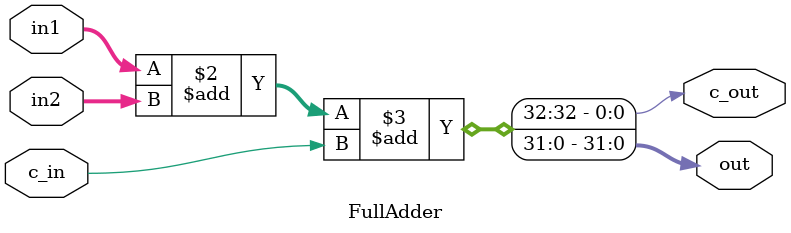
<source format=v>
module FullAdder (

input [31:0] in1,
input [31:0] in2,
input c_in,
output reg c_out,
output reg [31:0] out);

	always @ (in1 or in2 or c_in) begin
	{c_out, out} = in1 + in2 + c_in;
end
endmodule

</source>
